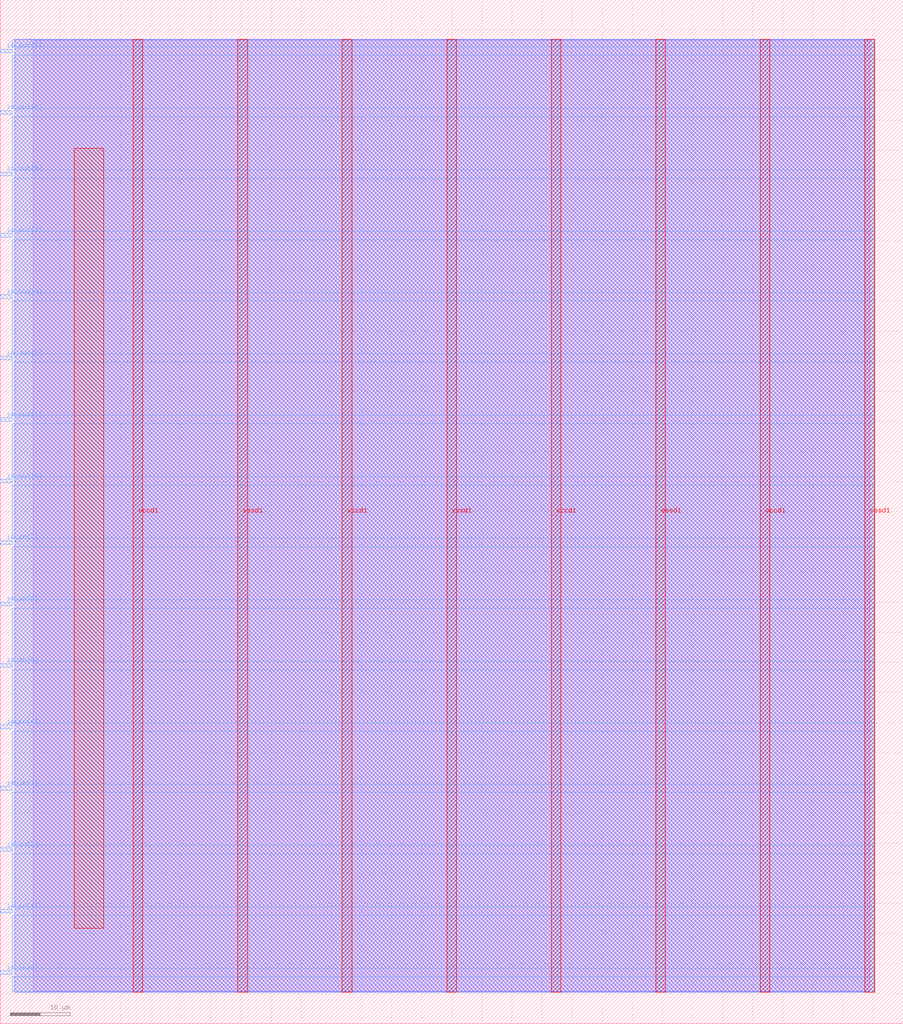
<source format=lef>
VERSION 5.7 ;
  NOWIREEXTENSIONATPIN ON ;
  DIVIDERCHAR "/" ;
  BUSBITCHARS "[]" ;
MACRO user_module_348242239268323922
  CLASS BLOCK ;
  FOREIGN user_module_348242239268323922 ;
  ORIGIN 0.000 0.000 ;
  SIZE 150.000 BY 170.000 ;
  PIN io_in[0]
    DIRECTION INPUT ;
    USE SIGNAL ;
    PORT
      LAYER met3 ;
        RECT 0.000 8.200 2.000 8.800 ;
    END
  END io_in[0]
  PIN io_in[1]
    DIRECTION INPUT ;
    USE SIGNAL ;
    PORT
      LAYER met3 ;
        RECT 0.000 18.400 2.000 19.000 ;
    END
  END io_in[1]
  PIN io_in[2]
    DIRECTION INPUT ;
    USE SIGNAL ;
    PORT
      LAYER met3 ;
        RECT 0.000 28.600 2.000 29.200 ;
    END
  END io_in[2]
  PIN io_in[3]
    DIRECTION INPUT ;
    USE SIGNAL ;
    PORT
      LAYER met3 ;
        RECT 0.000 38.800 2.000 39.400 ;
    END
  END io_in[3]
  PIN io_in[4]
    DIRECTION INPUT ;
    USE SIGNAL ;
    PORT
      LAYER met3 ;
        RECT 0.000 49.000 2.000 49.600 ;
    END
  END io_in[4]
  PIN io_in[5]
    DIRECTION INPUT ;
    USE SIGNAL ;
    PORT
      LAYER met3 ;
        RECT 0.000 59.200 2.000 59.800 ;
    END
  END io_in[5]
  PIN io_in[6]
    DIRECTION INPUT ;
    USE SIGNAL ;
    PORT
      LAYER met3 ;
        RECT 0.000 69.400 2.000 70.000 ;
    END
  END io_in[6]
  PIN io_in[7]
    DIRECTION INPUT ;
    USE SIGNAL ;
    PORT
      LAYER met3 ;
        RECT 0.000 79.600 2.000 80.200 ;
    END
  END io_in[7]
  PIN io_out[0]
    DIRECTION OUTPUT TRISTATE ;
    USE SIGNAL ;
    PORT
      LAYER met3 ;
        RECT 0.000 89.800 2.000 90.400 ;
    END
  END io_out[0]
  PIN io_out[1]
    DIRECTION OUTPUT TRISTATE ;
    USE SIGNAL ;
    PORT
      LAYER met3 ;
        RECT 0.000 100.000 2.000 100.600 ;
    END
  END io_out[1]
  PIN io_out[2]
    DIRECTION OUTPUT TRISTATE ;
    USE SIGNAL ;
    PORT
      LAYER met3 ;
        RECT 0.000 110.200 2.000 110.800 ;
    END
  END io_out[2]
  PIN io_out[3]
    DIRECTION OUTPUT TRISTATE ;
    USE SIGNAL ;
    PORT
      LAYER met3 ;
        RECT 0.000 120.400 2.000 121.000 ;
    END
  END io_out[3]
  PIN io_out[4]
    DIRECTION OUTPUT TRISTATE ;
    USE SIGNAL ;
    PORT
      LAYER met3 ;
        RECT 0.000 130.600 2.000 131.200 ;
    END
  END io_out[4]
  PIN io_out[5]
    DIRECTION OUTPUT TRISTATE ;
    USE SIGNAL ;
    PORT
      LAYER met3 ;
        RECT 0.000 140.800 2.000 141.400 ;
    END
  END io_out[5]
  PIN io_out[6]
    DIRECTION OUTPUT TRISTATE ;
    USE SIGNAL ;
    PORT
      LAYER met3 ;
        RECT 0.000 151.000 2.000 151.600 ;
    END
  END io_out[6]
  PIN io_out[7]
    DIRECTION OUTPUT TRISTATE ;
    USE SIGNAL ;
    PORT
      LAYER met3 ;
        RECT 0.000 161.200 2.000 161.800 ;
    END
  END io_out[7]
  PIN vccd1
    DIRECTION INOUT ;
    USE POWER ;
    PORT
      LAYER met4 ;
        RECT 22.085 5.200 23.685 163.440 ;
    END
    PORT
      LAYER met4 ;
        RECT 56.815 5.200 58.415 163.440 ;
    END
    PORT
      LAYER met4 ;
        RECT 91.545 5.200 93.145 163.440 ;
    END
    PORT
      LAYER met4 ;
        RECT 126.275 5.200 127.875 163.440 ;
    END
  END vccd1
  PIN vssd1
    DIRECTION INOUT ;
    USE GROUND ;
    PORT
      LAYER met4 ;
        RECT 39.450 5.200 41.050 163.440 ;
    END
    PORT
      LAYER met4 ;
        RECT 74.180 5.200 75.780 163.440 ;
    END
    PORT
      LAYER met4 ;
        RECT 108.910 5.200 110.510 163.440 ;
    END
    PORT
      LAYER met4 ;
        RECT 143.640 5.200 145.240 163.440 ;
    END
  END vssd1
  OBS
      LAYER li1 ;
        RECT 5.520 5.355 144.440 163.285 ;
      LAYER met1 ;
        RECT 2.370 5.200 145.240 163.440 ;
      LAYER met2 ;
        RECT 2.390 5.255 145.210 163.385 ;
      LAYER met3 ;
        RECT 2.000 162.200 145.230 163.365 ;
        RECT 2.400 160.800 145.230 162.200 ;
        RECT 2.000 152.000 145.230 160.800 ;
        RECT 2.400 150.600 145.230 152.000 ;
        RECT 2.000 141.800 145.230 150.600 ;
        RECT 2.400 140.400 145.230 141.800 ;
        RECT 2.000 131.600 145.230 140.400 ;
        RECT 2.400 130.200 145.230 131.600 ;
        RECT 2.000 121.400 145.230 130.200 ;
        RECT 2.400 120.000 145.230 121.400 ;
        RECT 2.000 111.200 145.230 120.000 ;
        RECT 2.400 109.800 145.230 111.200 ;
        RECT 2.000 101.000 145.230 109.800 ;
        RECT 2.400 99.600 145.230 101.000 ;
        RECT 2.000 90.800 145.230 99.600 ;
        RECT 2.400 89.400 145.230 90.800 ;
        RECT 2.000 80.600 145.230 89.400 ;
        RECT 2.400 79.200 145.230 80.600 ;
        RECT 2.000 70.400 145.230 79.200 ;
        RECT 2.400 69.000 145.230 70.400 ;
        RECT 2.000 60.200 145.230 69.000 ;
        RECT 2.400 58.800 145.230 60.200 ;
        RECT 2.000 50.000 145.230 58.800 ;
        RECT 2.400 48.600 145.230 50.000 ;
        RECT 2.000 39.800 145.230 48.600 ;
        RECT 2.400 38.400 145.230 39.800 ;
        RECT 2.000 29.600 145.230 38.400 ;
        RECT 2.400 28.200 145.230 29.600 ;
        RECT 2.000 19.400 145.230 28.200 ;
        RECT 2.400 18.000 145.230 19.400 ;
        RECT 2.000 9.200 145.230 18.000 ;
        RECT 2.400 7.800 145.230 9.200 ;
        RECT 2.000 5.275 145.230 7.800 ;
      LAYER met4 ;
        RECT 12.255 15.815 17.185 145.345 ;
  END
END user_module_348242239268323922
END LIBRARY


</source>
